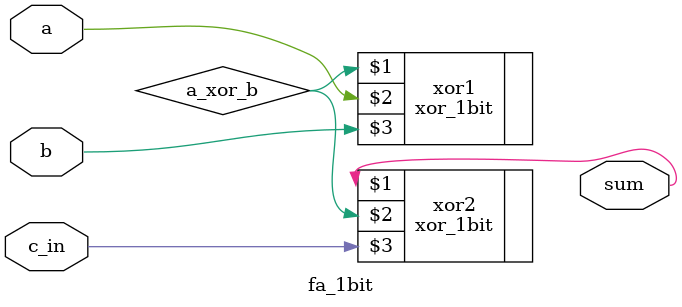
<source format=v>

module fa_1bit (
	output sum,
	input a, 
	input b, 
	input c_in
);
	
	
	//sum
	xor_1bit xor1 (a_xor_b, a, b);
	xor_1bit xor2 (sum, a_xor_b, c_in);
	
	//c_out
	//my_and and1 (and1_out, a_xor_b, c_in);
	//my_and and2 (and2_out, a, b);
	//my_or  or1  (c_out, and1_out, and2_out);
	
endmodule



</source>
